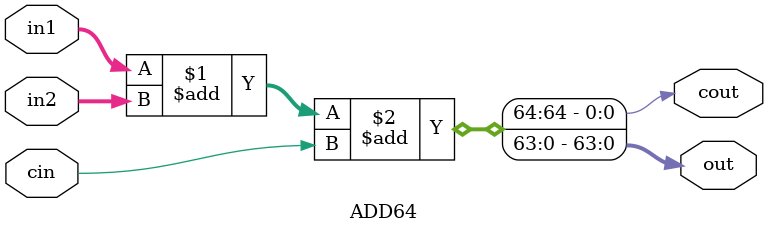
<source format=v>
module ADD64 #(parameter SIZE = 64)(input [SIZE-1:0] in1, in2, 
    input cin, output [SIZE-1:0] out, output cout);
assign {cout, out} = in1 + in2 + cin;
endmodule
</source>
